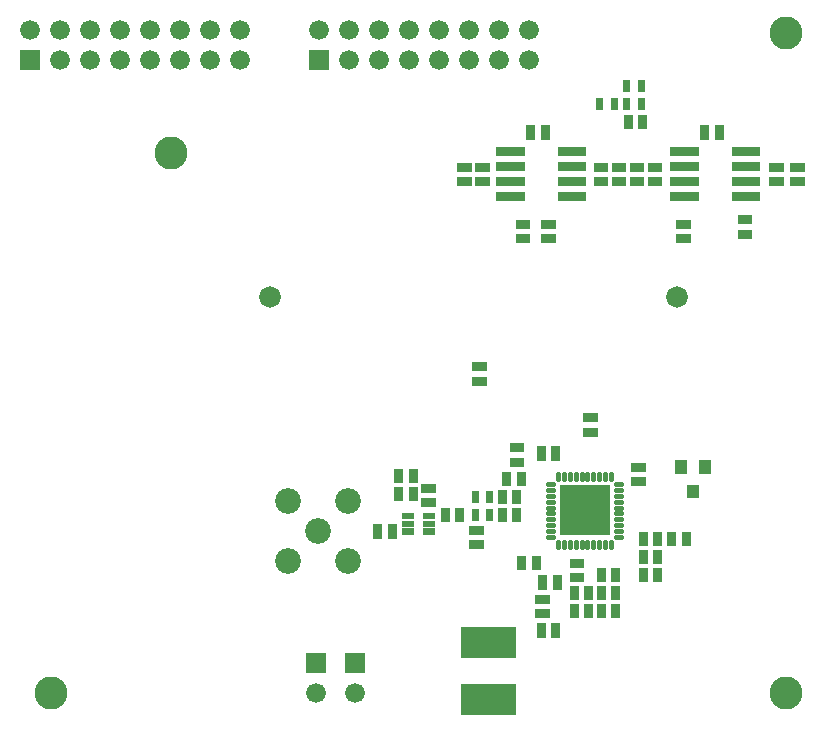
<source format=gbr>
G04 start of page 6 for group -4063 idx -4063
G04 Title: RX Daughterboard, componentmask *
G04 Creator: pcb-bin 1.99u *
G04 CreationDate: Sun Jan  7 00:01:30 2007 UTC *
G04 For: matt *
G04 Format: Gerber/RS-274X *
G04 PCB-Dimensions: 275000 250000 *
G04 PCB-Coordinate-Origin: lower left *
%MOIN*%
%FSLAX24Y24*%
%LNFRONTMASK*%
%ADD11R,0.0660X0.0660*%
%ADD12C,0.0660*%
%ADD13C,0.0720*%
%ADD14C,0.0860*%
%ADD15C,0.1100*%
%ADD16R,0.0300X0.0300*%
%ADD17C,0.0170*%
%ADD18R,0.0400X0.0400*%
%ADD19R,0.1670X0.1670*%
%ADD20R,0.0240X0.0240*%
%ADD21R,0.0210X0.0210*%
%ADD22R,0.1030X0.1030*%
G54D11*X10350Y2500D03*
G54D12*Y1500D03*
G54D13*X8830Y14700D03*
G54D14*X9400Y7900D03*
Y5900D03*
G54D13*X22373Y14700D03*
G54D11*X10450Y22600D03*
G54D12*X11450D03*
X12450D03*
X13450D03*
X14450D03*
X15450D03*
X16450D03*
X17450D03*
G54D14*X10400Y6900D03*
X11400Y7900D03*
Y5900D03*
G54D11*X11650Y2500D03*
G54D12*Y1500D03*
G54D11*X800Y22600D03*
G54D12*Y23600D03*
X1800Y22600D03*
Y23600D03*
X2800Y22600D03*
Y23600D03*
X3800Y22600D03*
Y23600D03*
X4800Y22600D03*
X5800D03*
X6800D03*
X7800D03*
X4800Y23600D03*
X5800D03*
X6800D03*
X7800D03*
X10450D03*
X11450D03*
X12450D03*
X13450D03*
X14450D03*
X15450D03*
X16450D03*
X17450D03*
G54D15*X26000Y1500D03*
X1500D03*
X5500Y19500D03*
X26000Y23500D03*
G54D16*X20340Y5540D02*Y5360D01*
X21740Y5540D02*Y5360D01*
X21260Y5540D02*Y5360D01*
Y6140D02*Y5960D01*
X21740Y6140D02*Y5960D01*
X20340Y4940D02*Y4760D01*
Y4340D02*Y4160D01*
G54D17*X18080Y6720D02*X18250D01*
X18420Y6550D02*Y6380D01*
X18620Y6550D02*Y6380D01*
X18810Y6550D02*Y6380D01*
X19010Y6550D02*Y6380D01*
X19210Y6550D02*Y6380D01*
X19390Y6550D02*Y6380D01*
X19590Y6550D02*Y6380D01*
G54D16*X21250Y6740D02*Y6560D01*
X21730Y6740D02*Y6560D01*
X22210Y6740D02*Y6560D01*
X22690Y6740D02*Y6560D01*
G54D17*X19790Y6550D02*Y6380D01*
X19980Y6550D02*Y6380D01*
X20180Y6550D02*Y6380D01*
X20350Y6720D02*X20520D01*
X20350Y6920D02*X20520D01*
X20350Y7110D02*X20520D01*
X20350Y7310D02*X20520D01*
X20350Y7510D02*X20520D01*
X20350Y7690D02*X20520D01*
X20350Y7890D02*X20520D01*
G54D16*X19410Y10690D02*X19590D01*
X19410Y10210D02*X19590D01*
G54D17*X20350Y8090D02*X20520D01*
X20350Y8280D02*X20520D01*
X20350Y8480D02*X20520D01*
X20180Y8820D02*Y8650D01*
X19980Y8820D02*Y8650D01*
G54D16*X21010Y9040D02*X21190D01*
X21010Y8560D02*X21190D01*
G54D18*X23300Y9080D02*Y9020D01*
X22520Y9080D02*Y9020D01*
X22910Y8260D02*Y8200D01*
G54D17*X19790Y8820D02*Y8650D01*
X19590Y8820D02*Y8650D01*
X19390Y8820D02*Y8650D01*
X19210Y8820D02*Y8650D01*
X19010Y8820D02*Y8650D01*
X18810Y8820D02*Y8650D01*
X18620Y8820D02*Y8650D01*
X18420Y8820D02*Y8650D01*
G54D16*X18340Y9590D02*Y9410D01*
G54D19*X19300Y7600D03*
G54D16*X19860Y5540D02*Y5360D01*
X19440Y4940D02*Y4760D01*
X19860Y4940D02*Y4760D01*
X18960Y4340D02*Y4160D01*
X19440Y4340D02*Y4160D01*
X19860Y4340D02*Y4160D01*
X18960Y4940D02*Y4760D01*
Y5840D02*X19140D01*
X18960Y5360D02*X19140D01*
X18390Y5290D02*Y5110D01*
X25610Y19040D02*X25790D01*
X26310D02*X26490D01*
X21560D02*X21740D01*
X20960D02*X21140D01*
X25610Y18560D02*X25790D01*
X22300Y18550D02*X22950D01*
X22300Y18050D02*X22950D01*
X26310Y18560D02*X26490D01*
X21560D02*X21740D01*
X20960D02*X21140D01*
X24350Y18050D02*X25000D01*
X24350Y18550D02*X25000D01*
X24350Y19050D02*X25000D01*
X24350Y19550D02*X25000D01*
X23790Y20290D02*Y20110D01*
X23310Y20290D02*Y20110D01*
X22510Y17140D02*X22690D01*
X24560Y17290D02*X24740D01*
X24560Y16810D02*X24740D01*
X22510Y16660D02*X22690D01*
X15710Y11910D02*X15890D01*
X15710Y12390D02*X15890D01*
G54D17*X18080Y8480D02*X18250D01*
X18080Y8280D02*X18250D01*
X18080Y8090D02*X18250D01*
X18080Y7890D02*X18250D01*
X18080Y7690D02*X18250D01*
G54D20*X15660Y7540D02*Y7360D01*
X16140Y7540D02*Y7360D01*
G54D16*X15610Y6460D02*X15790D01*
X15610Y6940D02*X15790D01*
G54D20*X15660Y8140D02*Y7960D01*
X16140Y8140D02*Y7960D01*
G54D16*X16710Y8740D02*Y8560D01*
X16560Y8140D02*Y7960D01*
X17040Y8140D02*Y7960D01*
X17190Y8740D02*Y8560D01*
X16960Y9690D02*X17140D01*
X16960Y9210D02*X17140D01*
X17860Y9590D02*Y9410D01*
X12410Y6990D02*Y6810D01*
X12890Y6990D02*Y6810D01*
G54D21*X13310Y7410D02*X13510D01*
X13310Y7150D02*X13510D01*
X13310Y6900D02*X13510D01*
X14010D02*X14210D01*
X14010Y7150D02*X14210D01*
X14010Y7410D02*X14210D01*
G54D16*X14010Y8340D02*X14190D01*
X14010Y7860D02*X14190D01*
X13590Y8840D02*Y8660D01*
Y8240D02*Y8060D01*
X13110Y8840D02*Y8660D01*
Y8240D02*Y8060D01*
X14660Y7540D02*Y7360D01*
X15140Y7540D02*Y7360D01*
G54D22*X15710Y3190D02*X16490D01*
X15710Y1310D02*X16490D01*
G54D17*X18080Y7510D02*X18250D01*
X18080Y7310D02*X18250D01*
X18080Y7110D02*X18250D01*
X18080Y6920D02*X18250D01*
G54D16*X16560Y7540D02*Y7360D01*
X17040Y7540D02*Y7360D01*
X17210Y5940D02*Y5760D01*
X17690Y5940D02*Y5760D01*
X17910Y5290D02*Y5110D01*
X17810Y4640D02*X17990D01*
X17810Y4160D02*X17990D01*
X17860Y3690D02*Y3510D01*
X18340Y3690D02*Y3510D01*
G54D20*X19810Y21240D02*Y21060D01*
X20290Y21240D02*Y21060D01*
X20710Y21240D02*Y21060D01*
X21190Y21240D02*Y21060D01*
X20710Y21840D02*Y21660D01*
X21190Y21840D02*Y21660D01*
G54D16*X17990Y20290D02*Y20110D01*
X17510Y20290D02*Y20110D01*
X20760Y20640D02*Y20460D01*
X21240Y20640D02*Y20460D01*
X18010Y17140D02*X18190D01*
X17160D02*X17340D01*
X18010Y16660D02*X18190D01*
X17160D02*X17340D01*
X18550Y18050D02*X19200D01*
X18550Y18550D02*X19200D01*
X18550Y19050D02*X19200D01*
X22300D02*X22950D01*
X18550Y19550D02*X19200D01*
X16500D02*X17150D01*
X22300D02*X22950D01*
X15210Y18560D02*X15390D01*
X15210Y19040D02*X15390D01*
X15810D02*X15990D01*
X15810Y18560D02*X15990D01*
X16500Y19050D02*X17150D01*
X16500Y18550D02*X17150D01*
X16500Y18050D02*X17150D01*
X20360Y18560D02*X20540D01*
X20360Y19040D02*X20540D01*
X19760D02*X19940D01*
X19760Y18560D02*X19940D01*
M02*

</source>
